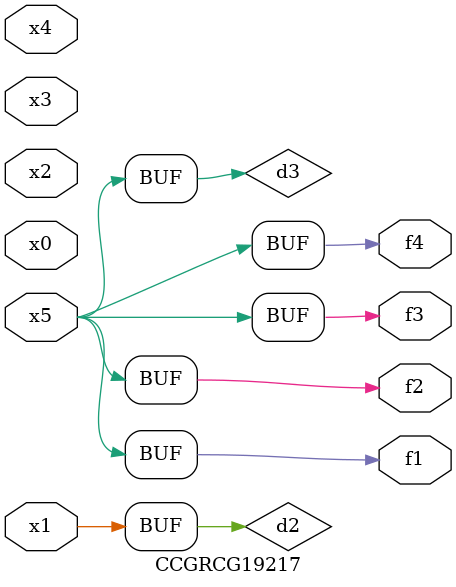
<source format=v>
module CCGRCG19217(
	input x0, x1, x2, x3, x4, x5,
	output f1, f2, f3, f4
);

	wire d1, d2, d3;

	not (d1, x5);
	or (d2, x1);
	xnor (d3, d1);
	assign f1 = d3;
	assign f2 = d3;
	assign f3 = d3;
	assign f4 = d3;
endmodule

</source>
